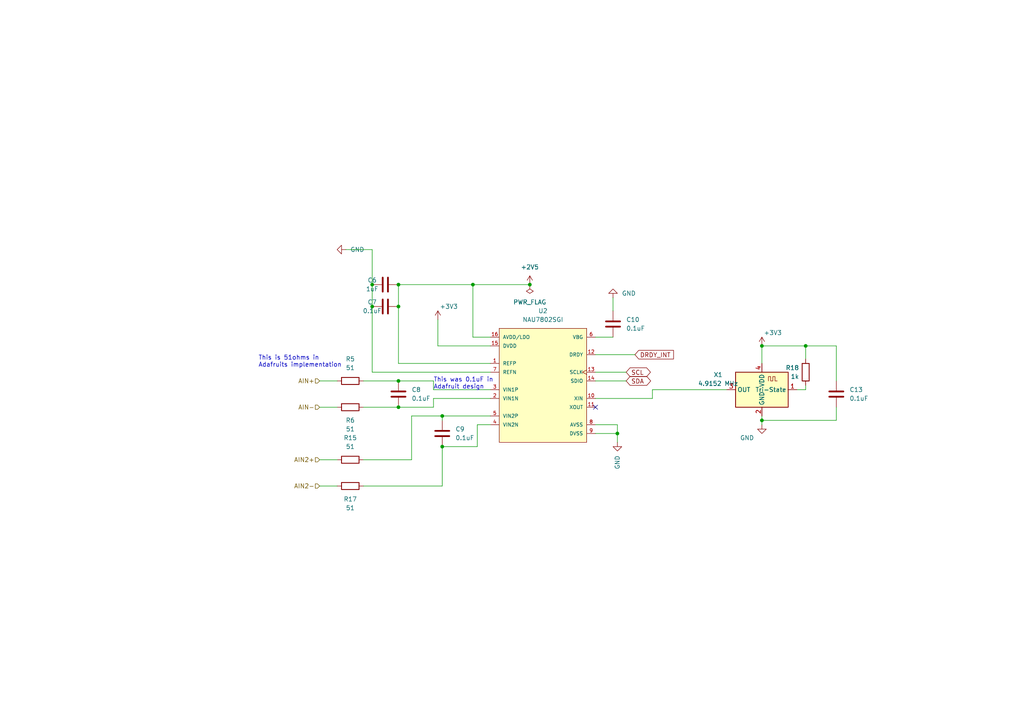
<source format=kicad_sch>
(kicad_sch (version 20211123) (generator eeschema)
  (paper "A4")
  (title_block (title "Development Board") (date "2022-03-15") (rev "2.1") (company "Plastic Scanner"))
  (lib_symbols
    (symbol "Device:C" (pin_numbers hide) (pin_names (offset 0.254))
      (property "Reference" "C" (at 0.635 2.54 0))
      (property "Value" "C" (at 0.635 -2.54 0))
      (symbol "C_0_1"
        (polyline (pts (xy -2.032 -0.762) (xy 2.032 -0.762)) (stroke (width 0.508)))
        (polyline (pts (xy -2.032 0.762) (xy 2.032 0.762)) (stroke (width 0.508)))
      )
      (symbol "C_1_1"
        (pin passive line (at 0 3.81 270) (length 2.794) (name "~") (number "1"))
        (pin passive line (at 0 -3.81 90) (length 2.794) (name "~") (number "2"))
      )
    )
    (symbol "Device:R" (pin_numbers hide) (pin_names (offset 0))
      (property "Reference" "R" (at 2.032 0 90))
      (property "Value" "R" (at 0 0 90))
      (symbol "R_0_1"
        (rectangle (start -1.016 -2.54) (end 1.016 2.54) (stroke (width 0.254)))
      )
      (symbol "R_1_1"
        (pin passive line (at 0 3.81 270) (length 1.27) (name "~") (number "1"))
        (pin passive line (at 0 -3.81 90) (length 1.27) (name "~") (number "2"))
      )
    )
    (symbol "Nuvoton_-_NAU7802SGI:NAU7802SGI" (pin_names (offset 1.016))
      (property "Reference" "U" (at 0 5.08 0))
      (property "Value" "NAU7802SGI" (at 0 7.62 0))
      (symbol "NAU7802SGI_1_1"
        (rectangle (start 5.08 2.54) (end 30.48 -30.48) (fill (type background)))
        (pin input line (at 2.54 -7.62 0) (length 2.54) (name "REFP") (number "1"))
        (pin input line (at 33.02 -17.78 180) (length 2.54) (name "XIN") (number "10"))
        (pin output line (at 33.02 -20.32 180) (length 2.54) (name "XOUT") (number "11"))
        (pin output line (at 33.02 -5.08 180) (length 2.54) (name "DRDY") (number "12"))
        (pin input clock (at 33.02 -10.16 180) (length 2.54) (name "SCLK") (number "13"))
        (pin bidirectional line (at 33.02 -12.7 180) (length 2.54) (name "SDIO") (number "14"))
        (pin power_in line (at 2.54 -2.54 0) (length 2.54) (name "DVDD") (number "15"))
        (pin power_in line (at 2.54 0 0) (length 2.54) (name "AVDD/LDO") (number "16"))
        (pin input line (at 2.54 -17.78 0) (length 2.54) (name "VIN1N") (number "2"))
        (pin input line (at 2.54 -15.24 0) (length 2.54) (name "VIN1P") (number "3"))
        (pin input line (at 2.54 -25.4 0) (length 2.54) (name "VIN2N") (number "4"))
        (pin input line (at 2.54 -22.86 0) (length 2.54) (name "VIN2P") (number "5"))
        (pin output line (at 33.02 0 180) (length 2.54) (name "VBG") (number "6"))
        (pin input line (at 2.54 -10.16 0) (length 2.54) (name "REFN") (number "7"))
        (pin power_in line (at 33.02 -25.4 180) (length 2.54) (name "AVSS") (number "8"))
        (pin power_in line (at 33.02 -27.94 180) (length 2.54) (name "DVSS") (number "9"))
      )
    )
    (symbol "Oscillator:ECS-2520MV-xxx-xx"
      (property "Reference" "X" (at -5.08 6.35 0))
      (property "Value" "ECS-2520MV-xxx-xx" (at 1.27 -6.35 0))
      (symbol "ECS-2520MV-xxx-xx_0_1"
        (rectangle (start -7.62 5.08) (end 7.62 -5.08) (stroke (width 0.254)) (fill (type background)))
        (polyline (pts (xy -4.445 2.54) (xy -3.81 2.54) (xy -3.81 3.81) (xy -3.175 3.81) (xy -3.175 2.54) (xy -2.54 2.54) (xy -2.54 3.81) (xy -1.905 3.81) (xy -1.905 2.54)))
      )
      (symbol "ECS-2520MV-xxx-xx_1_1"
        (pin input line (at -10.16 0 0) (length 2.54) (name "Tri-State") (number "1"))
        (pin power_in line (at 0 -7.62 90) (length 2.54) (name "GND") (number "2"))
        (pin output line (at 10.16 0 180) (length 2.54) (name "OUT") (number "3"))
        (pin power_in line (at 0 7.62 270) (length 2.54) (name "VDD") (number "4"))
      )
    )
    (symbol "power:+2V5" (power) (pin_names (offset 0))
      (property "Value" "+2V5" (at 0 3.556 0))
      (symbol "+2V5_0_1"
        (polyline (pts (xy -0.762 1.27) (xy 0 2.54)))
        (polyline (pts (xy 0 0) (xy 0 2.54)))
        (polyline (pts (xy 0 2.54) (xy 0.762 1.27)))
      )
      (symbol "+2V5_1_1"
        (pin power_in line (at 0 0 90) (length 0) hide (name "+2V5") (number "1"))
      )
    )
    (symbol "power:+3.3V" (power) (pin_names (offset 0))
      (property "Value" "+3.3V" (at 0 3.556 0))
      (symbol "+3.3V_0_1"
        (polyline (pts (xy -0.762 1.27) (xy 0 2.54)))
        (polyline (pts (xy 0 0) (xy 0 2.54)))
        (polyline (pts (xy 0 2.54) (xy 0.762 1.27)))
      )
      (symbol "+3.3V_1_1"
        (pin power_in line (at 0 0 90) (length 0) hide (name "+3V3") (number "1"))
      )
    )
    (symbol "power:GND" (power) (pin_names (offset 0))
      (property "Value" "GND" (at 0 -3.81 0))
      (symbol "GND_0_1"
        (polyline (pts (xy 0 0) (xy 0 -1.27) (xy 1.27 -1.27) (xy 0 -2.54) (xy -1.27 -1.27) (xy 0 -1.27)))
      )
      (symbol "GND_1_1"
        (pin power_in line (at 0 0 270) (length 0) hide (name "GND") (number "1"))
      )
    )
    (symbol "power:PWR_FLAG" (power) (pin_numbers hide) (pin_names (offset 0) hide)
      (property "Value" "PWR_FLAG" (at 0 3.81 0))
      (symbol "PWR_FLAG_0_0"
        (pin power_out line (at 0 0 90) (length 0) (name "pwr") (number "1"))
      )
      (symbol "PWR_FLAG_0_1"
        (polyline (pts (xy 0 0) (xy 0 1.27) (xy -1.016 1.905) (xy 0 2.54) (xy 1.016 1.905) (xy 0 1.27)))
      )
    )
  )
  (bus_alias "SPI" (members "CLK" "MOSI" "MISO" "CS1"))
  (junction (at 115.57 118.11))
  (junction (at 179.07 125.73))
  (junction (at 115.57 88.9))
  (junction (at 137.16 82.55))
  (junction (at 115.57 82.55))
  (junction (at 220.98 100.33))
  (junction (at 233.68 100.33))
  (junction (at 115.57 110.49))
  (junction (at 153.67 82.55))
  (junction (at 220.98 121.92))
  (junction (at 107.95 88.9))
  (junction (at 128.27 120.65))
  (junction (at 107.95 82.55))
  (junction (at 128.27 129.54))
  (no_connect (at 172.72 118.11))
  (wire (pts (xy 233.68 100.33) (xy 242.57 100.33)))
  (wire (pts (xy 220.98 120.65) (xy 220.98 121.92)))
  (wire (pts (xy 137.16 82.55) (xy 137.16 97.79)))
  (wire (pts (xy 100.33 72.39) (xy 107.95 72.39)))
  (wire (pts (xy 242.57 121.92) (xy 242.57 118.11)))
  (wire (pts (xy 138.43 129.54) (xy 128.27 129.54)))
  (wire (pts (xy 92.71 118.11) (xy 97.79 118.11)))
  (wire (pts (xy 172.72 97.79) (xy 177.8 97.79)))
  (wire (pts (xy 128.27 120.65) (xy 128.27 121.92)))
  (wire (pts (xy 179.07 125.73) (xy 179.07 128.27)))
  (wire (pts (xy 107.95 72.39) (xy 107.95 82.55)))
  (wire (pts (xy 189.23 115.57) (xy 189.23 113.03)))
  (wire (pts (xy 189.23 113.03) (xy 210.82 113.03)))
  (wire (pts (xy 172.72 102.87) (xy 184.15 102.87)))
  (wire (pts (xy 105.41 118.11) (xy 115.57 118.11)))
  (wire (pts (xy 127 100.33) (xy 142.24 100.33)))
  (wire (pts (xy 115.57 82.55) (xy 137.16 82.55)))
  (wire (pts (xy 92.71 140.97) (xy 97.79 140.97)))
  (wire (pts (xy 177.8 86.36) (xy 177.8 90.17)))
  (wire (pts (xy 233.68 104.14) (xy 233.68 100.33)))
  (wire (pts (xy 115.57 105.41) (xy 142.24 105.41)))
  (wire (pts (xy 137.16 82.55) (xy 153.67 82.55)))
  (wire (pts (xy 107.95 107.95) (xy 107.95 88.9)))
  (wire (pts (xy 172.72 115.57) (xy 189.23 115.57)))
  (wire (pts (xy 220.98 121.92) (xy 242.57 121.92)))
  (wire (pts (xy 233.68 113.03) (xy 233.68 111.76)))
  (wire (pts (xy 105.41 110.49) (xy 115.57 110.49)))
  (wire (pts (xy 172.72 125.73) (xy 179.07 125.73)))
  (wire (pts (xy 128.27 140.97) (xy 128.27 129.54)))
  (wire (pts (xy 142.24 115.57) (xy 125.73 115.57)))
  (wire (pts (xy 172.72 107.95) (xy 181.61 107.95)))
  (wire (pts (xy 142.24 120.65) (xy 128.27 120.65)))
  (wire (pts (xy 125.73 115.57) (xy 125.73 118.11)))
  (wire (pts (xy 233.68 100.33) (xy 220.98 100.33)))
  (wire (pts (xy 137.16 97.79) (xy 142.24 97.79)))
  (wire (pts (xy 231.14 113.03) (xy 233.68 113.03)))
  (wire (pts (xy 142.24 113.03) (xy 125.73 113.03)))
  (wire (pts (xy 125.73 113.03) (xy 125.73 110.49)))
  (wire (pts (xy 220.98 121.92) (xy 220.98 123.19)))
  (wire (pts (xy 138.43 123.19) (xy 138.43 129.54)))
  (wire (pts (xy 220.98 100.33) (xy 220.98 105.41)))
  (wire (pts (xy 105.41 140.97) (xy 128.27 140.97)))
  (wire (pts (xy 142.24 107.95) (xy 107.95 107.95)))
  (wire (pts (xy 179.07 123.19) (xy 179.07 125.73)))
  (wire (pts (xy 105.41 133.35) (xy 119.38 133.35)))
  (wire (pts (xy 138.43 123.19) (xy 142.24 123.19)))
  (wire (pts (xy 127 92.71) (xy 127 100.33)))
  (wire (pts (xy 125.73 118.11) (xy 115.57 118.11)))
  (wire (pts (xy 92.71 133.35) (xy 97.79 133.35)))
  (wire (pts (xy 125.73 110.49) (xy 115.57 110.49)))
  (wire (pts (xy 242.57 100.33) (xy 242.57 110.49)))
  (wire (pts (xy 119.38 133.35) (xy 119.38 120.65)))
  (wire (pts (xy 92.71 110.49) (xy 97.79 110.49)))
  (wire (pts (xy 172.72 123.19) (xy 179.07 123.19)))
  (wire (pts (xy 115.57 88.9) (xy 115.57 105.41)))
  (wire (pts (xy 119.38 120.65) (xy 128.27 120.65)))
  (wire (pts (xy 172.72 110.49) (xy 181.61 110.49)))
  (wire (pts (xy 107.95 82.55) (xy 107.95 88.9)))
  (wire (pts (xy 115.57 82.55) (xy 115.57 88.9)))
  (text "This was 0.1uF in \nAdafruit design" (at 125.73 113.03 0) (effects (font (size 1.27 1.27)) (justify left bottom)))
  (text "This is 51ohms in \nAdafruits implementation" (at 74.93 106.68 0) (effects (font (size 1.27 1.27)) (justify left bottom)))
  (global_label "SCL" (shape bidirectional) (at 181.61 107.95 0) (property "Intersheet References" "${INTERSHEET_REFS}" (effects hide)))
  (global_label "DRDY_INT" (shape input) (at 184.15 102.87 0) (property "Intersheet References" "${INTERSHEET_REFS}" (effects hide)))
  (global_label "SDA" (shape bidirectional) (at 181.61 110.49 0) (property "Intersheet References" "${INTERSHEET_REFS}" (effects hide)))
  (hierarchical_label "AIN2+" (shape input) (at 92.71 133.35 180))
  (hierarchical_label "AIN2-" (shape input) (at 92.71 140.97 180))
  (hierarchical_label "AIN+" (shape input) (at 92.71 110.49 180))
  (hierarchical_label "AIN-" (shape input) (at 92.71 118.11 180))
  (symbol (lib_id "Device:C") (at 111.76 82.55 90) (unit 1)
    (property "Reference" "C6" (at 107.95 81.28 90))
    (property "Value" "1uF" (at 107.95 83.82 90))
    (property "Footprint" "Capacitor_SMD:C_0603_1608Metric_Pad1.08x0.95mm_HandSolder" (effects hide))
  )
  (symbol (lib_id "Device:C") (at 177.8 93.98 0) (unit 1)
    (property "Reference" "C10" (at 181.61 92.7099 0) (effects (justify left)))
    (property "Value" "0.1uF" (at 181.61 95.2499 0) (effects (justify left)))
    (property "Footprint" "Capacitor_SMD:C_0603_1608Metric_Pad1.08x0.95mm_HandSolder" (effects hide))
  )
  (symbol (lib_id "Nuvoton_-_NAU7802SGI:NAU7802SGI") (at 139.7 97.79 0) (unit 1)
    (property "Reference" "U2" (at 157.48 90.17 0))
    (property "Value" "NAU7802SGI" (at 157.48 92.71 0))
    (property "Footprint" "Nuvoton-NAU7802SGI:Nuvoton-NAU7802SGI" (effects hide))
    (property "Datasheet" "http://www.nuvoton.com/resource-files/NAU7802%20Data%20Sheet%20V1.7.pdf" (effects hide))
    (property "ambient temperature range high" "+85°C" (effects hide))
    (property "ambient temperature range low" "-40°C" (effects hide))
    (property "category" "IC" (effects hide))
    (property "data polarity" "Bipolar" (effects hide))
    (property "device class L1" "Integrated Circuits (ICs)" (effects hide))
    (property "device class L2" "Data Converter ICs" (effects hide))
    (property "device class L3" "Analog to Digital Converters (ADCs)" (effects hide))
    (property "digikey description" "IC ADC 24BIT I2C/SRL 16-SOP" (effects hide))
    (property "digikey part number" "NAU7802SGI-ND" (effects hide))
    (property "height" "1.75mm" (effects hide))
    (property "interface" "I2C,2-Wire" (effects hide))
    (property "ipc land pattern name" "SOIC127P600X155-16" (effects hide))
    (property "lead free" "yes" (effects hide))
    (property "library id" "633e3c39f43f75df" (effects hide))
    (property "manufacturer" "Nuvoton" (effects hide))
    (property "max supply voltage" "5.5V" (effects hide))
    (property "min supply voltage" "2.7V" (effects hide))
    (property "nominal supply current" "2-2.1mA" (effects hide))
    (property "number of channels" "2" (effects hide))
    (property "number of converters" "2" (effects hide))
    (property "package" "SOP16" (effects hide))
    (property "resolution" "24b" (effects hide))
    (property "rohs" "yes" (effects hide))
    (property "sampling rate" "320bps" (effects hide))
    (property "standoff height" "0.1mm" (effects hide))
    (property "temperature range high" "+85°C" (effects hide))
    (property "temperature range low" "-40°C" (effects hide))
  )
  (symbol (lib_id "Device:R") (at 233.68 107.95 0) (mirror x) (unit 1)
    (property "Reference" "R18" (at 231.775 106.6799 0) (effects (justify right)))
    (property "Value" "1k" (at 231.775 109.2199 0) (effects (justify right)))
    (property "Footprint" "Resistor_SMD:R_0603_1608Metric_Pad0.98x0.95mm_HandSolder" (effects hide))
  )
  (symbol (lib_id "power:PWR_FLAG") (at 153.67 82.55 0) (mirror x) (unit 1)
    (property "Reference" "#FLG0101" (effects hide))
    (property "Value" "PWR_FLAG" (at 153.67 87.63 0))
  )
  (symbol (lib_id "Device:C") (at 111.76 88.9 90) (unit 1)
    (property "Reference" "C7" (at 107.95 87.63 90))
    (property "Value" "0.1uF" (at 107.95 90.17 90))
    (property "Footprint" "Capacitor_SMD:C_0603_1608Metric_Pad1.08x0.95mm_HandSolder" (effects hide))
  )
  (symbol (lib_id "power:GND") (at 220.98 123.19 0) (mirror y) (unit 1)
    (property "Reference" "#PWR012" (effects hide))
    (property "Value" "GND" (at 214.63 127 0) (effects (justify right)))
  )
  (symbol (lib_id "Device:C") (at 128.27 125.73 0) (unit 1)
    (property "Reference" "C9" (at 132.08 124.4599 0) (effects (justify left)))
    (property "Value" "0.1uF" (at 132.08 126.9999 0) (effects (justify left)))
    (property "Footprint" "Capacitor_SMD:C_0603_1608Metric_Pad1.08x0.95mm_HandSolder" (effects hide))
  )
  (symbol (lib_id "power:GND") (at 100.33 72.39 270) (unit 1)
    (property "Reference" "#PWR0101" (effects hide))
    (property "Value" "GND" (at 101.6 72.3899 90) (effects (justify left)))
  )
  (symbol (lib_id "power:GND") (at 179.07 128.27 0) (unit 1)
    (property "Reference" "#PWR0106" (effects hide))
    (property "Value" "GND" (at 179.0701 132.08 90) (effects (justify right)))
  )
  (symbol (lib_id "Device:R") (at 101.6 140.97 90) (mirror x) (unit 1)
    (property "Reference" "R17" (at 101.6 144.78 90))
    (property "Value" "51" (at 101.6 147.32 90))
    (property "Footprint" "Resistor_SMD:R_0603_1608Metric_Pad0.98x0.95mm_HandSolder" (effects hide))
  )
  (symbol (lib_id "Oscillator:ECS-2520MV-xxx-xx") (at 220.98 113.03 0) (mirror y) (unit 1)
    (property "Reference" "X1" (at 208.28 108.6993 0))
    (property "Value" "4.9152 MHz" (at 208.28 111.2393 0))
    (property "Footprint" "Oscillator:Oscillator_SMD_ECS_2520MV-xxx-xx-4Pin_2.5x2.0mm" (effects hide))
    (property "Datasheet" "https://www.ecsxtal.com/store/pdf/ECS-2520MV.pdf" (effects hide))
  )
  (symbol (lib_id "power:+3.3V") (at 127 92.71 0) (unit 1)
    (property "Reference" "#PWR0104" (effects hide))
    (property "Value" "+3.3V" (at 130.175 88.9 0))
  )
  (symbol (lib_id "power:+2V5") (at 153.67 82.55 0) (unit 1)
    (property "Reference" "#PWR0118" (effects hide))
    (property "Value" "+2V5" (at 153.67 77.47 0))
  )
  (symbol (lib_id "power:+3.3V") (at 220.98 100.33 0) (unit 1)
    (property "Reference" "#PWR0133" (effects hide))
    (property "Value" "+3.3V" (at 224.155 96.52 0))
  )
  (symbol (lib_id "Device:C") (at 115.57 114.3 0) (unit 1)
    (property "Reference" "C8" (at 119.38 113.0299 0) (effects (justify left)))
    (property "Value" "0.1uF" (at 119.38 115.5699 0) (effects (justify left)))
    (property "Footprint" "Capacitor_SMD:C_0603_1608Metric_Pad1.08x0.95mm_HandSolder" (effects hide))
  )
  (symbol (lib_id "Device:R") (at 101.6 133.35 90) (unit 1)
    (property "Reference" "R15" (at 101.6 127 90))
    (property "Value" "51" (at 101.6 129.54 90))
    (property "Footprint" "Resistor_SMD:R_0603_1608Metric_Pad0.98x0.95mm_HandSolder" (effects hide))
  )
  (symbol (lib_id "Device:C") (at 242.57 114.3 0) (unit 1)
    (property "Reference" "C13" (at 246.38 113.0299 0) (effects (justify left)))
    (property "Value" "0.1uF" (at 246.38 115.5699 0) (effects (justify left)))
    (property "Footprint" "Capacitor_SMD:C_0603_1608Metric_Pad1.08x0.95mm_HandSolder" (effects hide))
  )
  (symbol (lib_id "Device:R") (at 101.6 118.11 90) (mirror x) (unit 1)
    (property "Reference" "R6" (at 101.6 121.92 90))
    (property "Value" "51" (at 101.6 124.46 90))
    (property "Footprint" "Resistor_SMD:R_0603_1608Metric_Pad0.98x0.95mm_HandSolder" (effects hide))
  )
  (symbol (lib_id "power:GND") (at 177.8 86.36 180) (unit 1)
    (property "Reference" "#PWR0105" (effects hide))
    (property "Value" "GND" (at 180.34 85.0899 0) (effects (justify right)))
  )
  (symbol (lib_id "Device:R") (at 101.6 110.49 90) (unit 1)
    (property "Reference" "R5" (at 101.6 104.14 90))
    (property "Value" "51" (at 101.6 106.68 90))
    (property "Footprint" "Resistor_SMD:R_0603_1608Metric_Pad0.98x0.95mm_HandSolder" (effects hide))
  )
)
</source>
